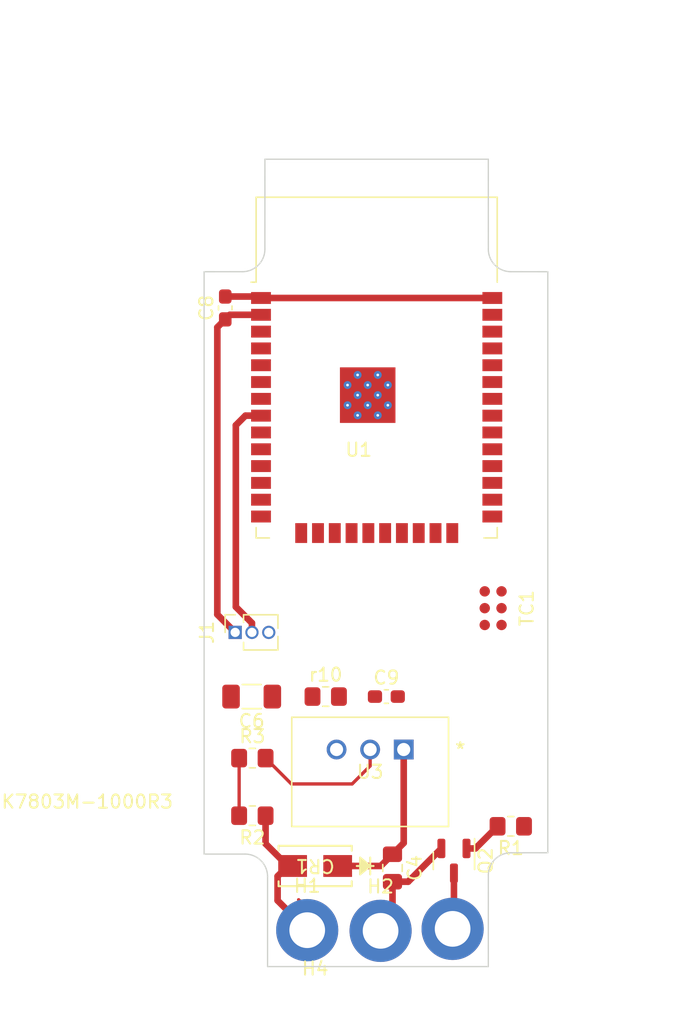
<source format=kicad_pcb>
(kicad_pcb (version 20221018) (generator pcbnew)
  (layers (0 "F.Cu" signal) (31 "B.Cu" signal) (34 "B.Paste" user) (35 "F.Paste" user) (36 "B.SilkS" user "B.Silkscreen") (37 "F.SilkS" user "F.Silkscreen") (38 "B.Mask" user) (39 "F.Mask" user) (44 "Edge.Cuts" user))
  (net 0 "")
  (net 1 "GND")
  (net 2 "TX")
  (net 3 "+3.3 Volt")
  (net 4 "+ 12 Volt")
  (net 9 "EN")
  (net 16 "IO0")
  (net 24 "RX")
  (net 26 "/Power/+12 Volt")
  (net 29 "Net-(J1-Pin_2)")
  (net 35 "Net-(U1-IO13)")
  (net 39 "Net-(Q2-C)")
  (net 40 "Net-(Q2-B)")
  (net 41 "Net-(U1-IO33)")
  (footprint "TC2030-IDC:TC2030-IDC-NL" (layer "F.Cu") (at 82.165 118.97 90)
    (fp_text reference "TC1" (at 0 2.54 90) (layer "F.SilkS"))
    (fp_text value "TC2030-IDC")
    (pad "" np_thru_hole circle (at -2.54 0 90) (size 0.9906 0.9906) (drill 0.9906) (layers "*.Cu" "*.Mask"))
    (pad "" np_thru_hole circle (at 2.54 -1.016 90) (size 0.9906 0.9906) (drill 0.9906) (layers "*.Cu" "*.Mask"))
    (pad "" np_thru_hole circle (at 2.54 1.016 90) (size 0.9906 0.9906) (drill 0.9906) (layers "*.Cu" "*.Mask"))
    (pad "1" smd circle (at -1.27 0.635 90) (size 0.7874 0.7874) (layers "F.Cu" "F.Paste" "F.Mask") (net 9 "EN"))
    (pad "2" smd circle (at -1.27 -0.635 90) (size 0.7874 0.7874) (layers "F.Cu" "F.Paste" "F.Mask") (net 3 "+3.3 Volt"))
    (pad "3" smd circle (at 0 0.635 90) (size 0.7874 0.7874) (layers "F.Cu" "F.Paste" "F.Mask") (net 2 "TX"))
    (pad "4" smd circle (at 0 -0.635 90) (size 0.7874 0.7874) (layers "F.Cu" "F.Paste" "F.Mask") (net 1 "GND"))
    (pad "5" smd circle (at 1.27 0.635 90) (size 0.7874 0.7874) (layers "F.Cu" "F.Paste" "F.Mask") (net 24 "RX"))
    (pad "6" smd circle (at 1.27 -0.635 90) (size 0.7874 0.7874) (layers "F.Cu" "F.Paste" "F.Mask") (net 16 "IO0"))
  )
  (footprint "RS1G-E3-61T:DIODE_DO214AC" (layer "F.Cu") (at 68.7 138.45 180)
    (fp_text reference "CR1" (at 0 0 180 unlocked) (layer "F.SilkS"))
    (fp_text value "RS1G-E3/61T")
    (fp_line (start -4.1656 -0.635) (end -4.1656 0.635) (stroke (width 0.1524)) (layer "F.SilkS"))
    (fp_line (start -4.1656 0) (end -3.4036 -0.635) (stroke (width 0.1524)) (layer "F.SilkS"))
    (fp_line (start -4.1656 0) (end -3.4036 -0.508) (stroke (width 0.1524)) (layer "F.SilkS"))
    (fp_line (start -4.1656 0) (end -3.4036 -0.381) (stroke (width 0.1524)) (layer "F.SilkS"))
    (fp_line (start -4.1656 0) (end -3.4036 -0.254) (stroke (width 0.1524)) (layer "F.SilkS"))
    (fp_line (start -4.1656 0) (end -3.4036 -0.127) (stroke (width 0.1524)) (layer "F.SilkS"))
    (fp_line (start -4.1656 0) (end -3.4036 0.127) (stroke (width 0.1524)) (layer "F.SilkS"))
    (fp_line (start -4.1656 0) (end -3.4036 0.254) (stroke (width 0.1524)) (layer "F.SilkS"))
    (fp_line (start -4.1656 0) (end -3.4036 0.381) (stroke (width 0.1524)) (layer "F.SilkS"))
    (fp_line (start -4.1656 0) (end -3.4036 0.508) (stroke (width 0.1524)) (layer "F.SilkS"))
    (fp_line (start -4.1656 0) (end -3.4036 0.635) (stroke (width 0.1524)) (layer "F.SilkS"))
    (fp_line (start -3.4036 -0.635) (end -3.4036 0.635) (stroke (width 0.1524)) (layer "F.SilkS"))
    (fp_line (start -3.1496 0) (end -4.4196 0) (stroke (width 0.1524)) (layer "F.SilkS"))
    (fp_line (start -2.7686 -1.524) (end -2.7686 -1.15824) (stroke (width 0.1524)) (layer "F.SilkS"))
    (fp_line (start -2.7686 1.15824) (end -2.7686 1.524) (stroke (width 0.1524)) (layer "F.SilkS"))
    (fp_line (start -2.7686 1.524) (end 2.7686 1.524) (stroke (width 0.1524)) (layer "F.SilkS"))
    (fp_line (start 2.7686 -1.524) (end -2.7686 -1.524) (stroke (width 0.1524)) (layer "F.SilkS"))
    (fp_line (start 2.7686 -1.15824) (end 2.7686 -1.524) (stroke (width 0.1524)) (layer "F.SilkS"))
    (fp_line (start 2.7686 1.524) (end 2.7686 1.15824) (stroke (width 0.1524)) (layer "F.SilkS"))
    (pad "1" smd rect (at -1.7046 0 270) (size 1.651 2.173999) (layers "F.Cu" "F.Paste" "F.Mask") (net 26 "/Power/+12 Volt"))
    (pad "2" smd rect (at 1.7046 0 270) (size 1.651 2.173999) (layers "F.Cu" "F.Paste" "F.Mask") (net 4 "+ 12 Volt"))
  )
  (footprint "Resistor_SMD:R_0805_2012Metric_Pad1.20x1.40mm_HandSolder" (layer "F.Cu") (at 83.5 135.45 180)
    (fp_text reference "R1" (at 0 -1.65) (layer "F.SilkS"))
    (fp_text value "1K")
    (fp_line (start -0.227064 -0.735) (end 0.227064 -0.735) (stroke (width 0.12)) (layer "F.SilkS"))
    (fp_line (start -0.227064 0.735) (end 0.227064 0.735) (stroke (width 0.12)) (layer "F.SilkS"))
    (pad "1" smd roundrect (at -1 0 180) (size 1.2 1.4) (layers "F.Cu" "F.Paste" "F.Mask") (roundrect_rratio 0.208333) (net 35 "Net-(U1-IO13)"))
    (pad "2" smd roundrect (at 1 0 180) (size 1.2 1.4) (layers "F.Cu" "F.Paste" "F.Mask") (roundrect_rratio 0.208333) (net 40 "Net-(Q2-B)"))
  )
  (footprint "MountingHole:MountingHole_2.7mm_M2.5_DIN965_Pad_TopBottom" (layer "F.Cu") (at 73.65 143.35)
    (fp_text reference "H2" (at 0 -3.35) (layer "F.SilkS"))
    (fp_text value "GND")
    (pad "1" thru_hole circle (at 0 0) (size 3.1 3.1) (drill 2.7) (layers "*.Cu" "*.Mask") (net 1 "GND"))
    (pad "1" connect circle (at 0 0) (size 4.7 4.7) (layers "F.Cu" "F.Mask") (net 1 "GND"))
    (pad "1" connect circle (at 0 0) (size 4.7 4.7) (layers "B.Cu" "B.Mask") (net 1 "GND"))
  )
  (footprint "Resistor_SMD:R_0805_2012Metric_Pad1.20x1.40mm_HandSolder" (layer "F.Cu") (at 63.95 130.3)
    (fp_text reference "R3" (at 0 -1.65) (layer "F.SilkS"))
    (fp_text value "16k")
    (fp_line (start -0.227064 -0.735) (end 0.227064 -0.735) (stroke (width 0.12)) (layer "F.SilkS"))
    (fp_line (start -0.227064 0.735) (end 0.227064 0.735) (stroke (width 0.12)) (layer "F.SilkS"))
    (pad "1" smd roundrect (at -1 0) (size 1.2 1.4) (layers "F.Cu" "F.Paste" "F.Mask") (roundrect_rratio 0.208333) (net 41 "Net-(U1-IO33)"))
    (pad "2" smd roundrect (at 1 0) (size 1.2 1.4) (layers "F.Cu" "F.Paste" "F.Mask") (roundrect_rratio 0.208333) (net 1 "GND"))
  )
  (footprint "Capacitor_SMD:C_0603_1608Metric_Pad1.08x0.95mm_HandSolder" (layer "F.Cu") (at 61.9 96.2875 90)
    (fp_text reference "C8" (at 0 -1.43 90) (layer "F.SilkS"))
    (fp_text value "100n")
    (fp_line (start -0.146267 -0.51) (end 0.146267 -0.51) (stroke (width 0.12)) (layer "F.SilkS"))
    (fp_line (start -0.146267 0.51) (end 0.146267 0.51) (stroke (width 0.12)) (layer "F.SilkS"))
    (pad "1" smd roundrect (at -0.8625 0 90) (size 1.075 0.95) (layers "F.Cu" "F.Paste" "F.Mask") (net 3 "+3.3 Volt"))
    (pad "2" smd roundrect (at 0.8625 0 90) (size 1.075 0.95) (layers "F.Cu" "F.Paste" "F.Mask") (net 1 "GND"))
  )
  (footprint "MountingHole:MountingHole_2.7mm_M2.5_DIN965_Pad_TopBottom" (layer "F.Cu") (at 79.1 143.2)
    (fp_text reference "H4" (at -10.4 3) (layer "F.SilkS"))
    (fp_text value "Output")
    (pad "1" thru_hole circle (at 0 0) (size 3.1 3.1) (drill 2.7) (layers "*.Cu" "*.Mask") (net 39 "Net-(Q2-C)"))
    (pad "1" connect circle (at 0 0) (size 4.7 4.7) (layers "F.Cu" "F.Mask") (net 39 "Net-(Q2-C)"))
    (pad "1" connect circle (at 0 0) (size 4.7 4.7) (layers "B.Cu" "B.Mask") (net 39 "Net-(Q2-C)"))
  )
  (footprint "Capacitor_SMD:C_1206_3216Metric_Pad1.33x1.80mm_HandSolder" (layer "F.Cu") (at 63.9 125.65 180)
    (fp_text reference "C6" (at 0 -1.85) (layer "F.SilkS"))
    (fp_text value "22uF/10v")
    (fp_line (start -0.711252 -0.91) (end 0.711252 -0.91) (stroke (width 0.12)) (layer "F.SilkS"))
    (fp_line (start -0.711252 0.91) (end 0.711252 0.91) (stroke (width 0.12)) (layer "F.SilkS"))
    (pad "1" smd roundrect (at -1.5625 0 180) (size 1.325 1.8) (layers "F.Cu" "F.Paste" "F.Mask") (roundrect_rratio 0.188679) (net 3 "+3.3 Volt"))
    (pad "2" smd roundrect (at 1.5625 0 180) (size 1.325 1.8) (layers "F.Cu" "F.Paste" "F.Mask") (roundrect_rratio 0.188679) (net 1 "GND"))
  )
  (footprint "MountingHole:MountingHole_2.7mm_M2.5_DIN965_Pad_TopBottom" (layer "F.Cu") (at 68.1 143.3)
    (fp_text reference "H1" (at 0 -3.35) (layer "F.SilkS"))
    (fp_text value "12 Volt +")
    (pad "1" thru_hole circle (at 0 0) (size 3.1 3.1) (drill 2.7) (layers "*.Cu" "*.Mask") (net 4 "+ 12 Volt"))
    (pad "1" connect circle (at 0 0) (size 4.7 4.7) (layers "F.Cu" "F.Mask") (net 4 "+ 12 Volt"))
    (pad "1" connect circle (at 0 0) (size 4.7 4.7) (layers "B.Cu" "B.Mask") (net 4 "+ 12 Volt"))
  )
  (footprint "Resistor_SMD:R_0805_2012Metric_Pad1.20x1.40mm_HandSolder" (layer "F.Cu") (at 63.95 134.65 180)
    (fp_text reference "R2" (at 0 -1.65) (layer "F.SilkS"))
    (fp_text value "100k")
    (fp_line (start -0.227064 -0.735) (end 0.227064 -0.735) (stroke (width 0.12)) (layer "F.SilkS"))
    (fp_line (start -0.227064 0.735) (end 0.227064 0.735) (stroke (width 0.12)) (layer "F.SilkS"))
    (pad "1" smd roundrect (at -1 0 180) (size 1.2 1.4) (layers "F.Cu" "F.Paste" "F.Mask") (roundrect_rratio 0.208333) (net 4 "+ 12 Volt"))
    (pad "2" smd roundrect (at 1 0 180) (size 1.2 1.4) (layers "F.Cu" "F.Paste" "F.Mask") (roundrect_rratio 0.208333) (net 41 "Net-(U1-IO33)"))
  )
  (footprint "Package_TO_SOT_SMD:SOT-23" (layer "F.Cu") (at 79.2 138.0625 -90)
    (fp_text reference "Q2" (at 0 -2.4 90) (layer "F.SilkS"))
    (fp_text value "BC846")
    (fp_line (start 0 -1.56) (end -1.675 -1.56) (stroke (width 0.12)) (layer "F.SilkS"))
    (fp_line (start 0 -1.56) (end 0.65 -1.56) (stroke (width 0.12)) (layer "F.SilkS"))
    (fp_line (start 0 1.56) (end -0.65 1.56) (stroke (width 0.12)) (layer "F.SilkS"))
    (fp_line (start 0 1.56) (end 0.65 1.56) (stroke (width 0.12)) (layer "F.SilkS"))
    (pad "1" smd roundrect (at -0.9375 -0.95 270) (size 1.475 0.6) (layers "F.Cu" "F.Paste" "F.Mask") (net 40 "Net-(Q2-B)"))
    (pad "2" smd roundrect (at -0.9375 0.95 270) (size 1.475 0.6) (layers "F.Cu" "F.Paste" "F.Mask") (net 1 "GND"))
    (pad "3" smd roundrect (at 0.9375 0 270) (size 1.475 0.6) (layers "F.Cu" "F.Paste" "F.Mask") (net 39 "Net-(Q2-C)"))
  )
  (footprint "Capacitor_SMD:C_0603_1608Metric_Pad1.08x0.95mm_HandSolder" (layer "F.Cu") (at 74.0875 125.65)
    (fp_text reference "C9" (at 0 -1.43) (layer "F.SilkS"))
    (fp_text value "100n")
    (fp_line (start -0.146267 -0.51) (end 0.146267 -0.51) (stroke (width 0.12)) (layer "F.SilkS"))
    (fp_line (start -0.146267 0.51) (end 0.146267 0.51) (stroke (width 0.12)) (layer "F.SilkS"))
    (pad "1" smd roundrect (at -0.8625 0) (size 1.075 0.95) (layers "F.Cu" "F.Paste" "F.Mask") (net 9 "EN"))
    (pad "2" smd roundrect (at 0.8625 0) (size 1.075 0.95) (layers "F.Cu" "F.Paste" "F.Mask") (net 1 "GND"))
  )
  (footprint "RF_Module:ESP32-WROOM-32" (layer "F.Cu") (at 73.355 103.785)
    (fp_text reference "U1" (at -1.36 3.22) (layer "F.SilkS"))
    (fp_text value "ESP32-WROOM-32D")
    (fp_line (start -9.12 -15.86) (end -9.12 -9.445) (stroke (width 0.12)) (layer "F.SilkS"))
    (fp_line (start -9.12 -15.86) (end 9.12 -15.86) (stroke (width 0.12)) (layer "F.SilkS"))
    (fp_line (start -9.12 -9.445) (end -9.5 -9.445) (stroke (width 0.12)) (layer "F.SilkS"))
    (fp_line (start -9.12 9.1) (end -9.12 9.88) (stroke (width 0.12)) (layer "F.SilkS"))
    (fp_line (start -9.12 9.88) (end -8.12 9.88) (stroke (width 0.12)) (layer "F.SilkS"))
    (fp_line (start 9.12 -15.86) (end 9.12 -9.445) (stroke (width 0.12)) (layer "F.SilkS"))
    (fp_line (start 9.12 9.1) (end 9.12 9.88) (stroke (width 0.12)) (layer "F.SilkS"))
    (fp_line (start 9.12 9.88) (end 8.12 9.88) (stroke (width 0.12)) (layer "F.SilkS"))
    (pad "1" smd rect (at -8.75 -8.25) (size 1.5 0.9) (layers "F.Cu" "F.Paste" "F.Mask") (net 1 "GND"))
    (pad "2" smd rect (at -8.75 -6.98) (size 1.5 0.9) (layers "F.Cu" "F.Paste" "F.Mask") (net 3 "+3.3 Volt"))
    (pad "3" smd rect (at -8.75 -5.71) (size 1.5 0.9) (layers "F.Cu" "F.Paste" "F.Mask") (net 9 "EN"))
    (pad "4" smd rect (at -8.75 -4.44) (size 1.5 0.9) (layers "F.Cu" "F.Paste" "F.Mask"))
    (pad "5" smd rect (at -8.75 -3.17) (size 1.5 0.9) (layers "F.Cu" "F.Paste" "F.Mask"))
    (pad "6" smd rect (at -8.75 -1.9) (size 1.5 0.9) (layers "F.Cu" "F.Paste" "F.Mask"))
    (pad "7" smd rect (at -8.75 -0.63) (size 1.5 0.9) (layers "F.Cu" "F.Paste" "F.Mask"))
    (pad "8" smd rect (at -8.75 0.64) (size 1.5 0.9) (layers "F.Cu" "F.Paste" "F.Mask") (net 29 "Net-(J1-Pin_2)"))
    (pad "9" smd rect (at -8.75 1.91) (size 1.5 0.9) (layers "F.Cu" "F.Paste" "F.Mask") (net 41 "Net-(U1-IO33)"))
    (pad "10" smd rect (at -8.75 3.18) (size 1.5 0.9) (layers "F.Cu" "F.Paste" "F.Mask"))
    (pad "11" smd rect (at -8.75 4.45) (size 1.5 0.9) (layers "F.Cu" "F.Paste" "F.Mask"))
    (pad "12" smd rect (at -8.75 5.72) (size 1.5 0.9) (layers "F.Cu" "F.Paste" "F.Mask"))
    (pad "13" smd rect (at -8.75 6.99) (size 1.5 0.9) (layers "F.Cu" "F.Paste" "F.Mask"))
    (pad "14" smd rect (at -8.75 8.26) (size 1.5 0.9) (layers "F.Cu" "F.Paste" "F.Mask"))
    (pad "15" smd rect (at -5.71 9.51 90) (size 1.5 0.9) (layers "F.Cu" "F.Paste" "F.Mask") (net 1 "GND"))
    (pad "16" smd rect (at -4.44 9.51 90) (size 1.5 0.9) (layers "F.Cu" "F.Paste" "F.Mask") (net 35 "Net-(U1-IO13)"))
    (pad "17" smd rect (at -3.17 9.51 90) (size 1.5 0.9) (layers "F.Cu" "F.Paste" "F.Mask"))
    (pad "18" smd rect (at -1.9 9.51 90) (size 1.5 0.9) (layers "F.Cu" "F.Paste" "F.Mask"))
    (pad "19" smd rect (at -0.63 9.51 90) (size 1.5 0.9) (layers "F.Cu" "F.Paste" "F.Mask"))
    (pad "20" smd rect (at 0.64 9.51 90) (size 1.5 0.9) (layers "F.Cu" "F.Paste" "F.Mask"))
    (pad "21" smd rect (at 1.91 9.51 90) (size 1.5 0.9) (layers "F.Cu" "F.Paste" "F.Mask"))
    (pad "22" smd rect (at 3.18 9.51 90) (size 1.5 0.9) (layers "F.Cu" "F.Paste" "F.Mask"))
    (pad "23" smd rect (at 4.45 9.51 90) (size 1.5 0.9) (layers "F.Cu" "F.Paste" "F.Mask"))
    (pad "24" smd rect (at 5.72 9.51 90) (size 1.5 0.9) (layers "F.Cu" "F.Paste" "F.Mask"))
    (pad "25" smd rect (at 8.75 8.26) (size 1.5 0.9) (layers "F.Cu" "F.Paste" "F.Mask") (net 16 "IO0"))
    (pad "26" smd rect (at 8.75 6.99) (size 1.5 0.9) (layers "F.Cu" "F.Paste" "F.Mask"))
    (pad "27" smd rect (at 8.75 5.72) (size 1.5 0.9) (layers "F.Cu" "F.Paste" "F.Mask"))
    (pad "28" smd rect (at 8.75 4.45) (size 1.5 0.9) (layers "F.Cu" "F.Paste" "F.Mask"))
    (pad "29" smd rect (at 8.75 3.18) (size 1.5 0.9) (layers "F.Cu" "F.Paste" "F.Mask"))
    (pad "30" smd rect (at 8.75 1.91) (size 1.5 0.9) (layers "F.Cu" "F.Paste" "F.Mask"))
    (pad "31" smd rect (at 8.75 0.64) (size 1.5 0.9) (layers "F.Cu" "F.Paste" "F.Mask"))
    (pad "32" smd rect (at 8.75 -0.63) (size 1.5 0.9) (layers "F.Cu" "F.Paste" "F.Mask"))
    (pad "33" smd rect (at 8.75 -1.9) (size 1.5 0.9) (layers "F.Cu" "F.Paste" "F.Mask"))
    (pad "34" smd rect (at 8.75 -3.17) (size 1.5 0.9) (layers "F.Cu" "F.Paste" "F.Mask") (net 24 "RX"))
    (pad "35" smd rect (at 8.75 -4.44) (size 1.5 0.9) (layers "F.Cu" "F.Paste" "F.Mask") (net 2 "TX"))
    (pad "36" smd rect (at 8.75 -5.71) (size 1.5 0.9) (layers "F.Cu" "F.Paste" "F.Mask"))
    (pad "37" smd rect (at 8.75 -6.98) (size 1.5 0.9) (layers "F.Cu" "F.Paste" "F.Mask"))
    (pad "38" smd rect (at 8.75 -8.25) (size 1.5 0.9) (layers "F.Cu" "F.Paste" "F.Mask") (net 1 "GND"))
    (pad "39" smd rect (at -2.205 -2.435) (size 1.05 1.05) (layers "F.Cu" "F.Paste"))
    (pad "39" thru_hole circle (at -2.205 -1.6725) (size 0.6 0.6) (drill 0.2) (property pad_prop_heatsink) (layers "*.Cu" "F.Mask"))
    (pad "39" smd rect (at -2.205 -0.91) (size 1.05 1.05) (layers "F.Cu" "F.Paste"))
    (pad "39" thru_hole circle (at -2.205 -0.1475) (size 0.6 0.6) (drill 0.2) (property pad_prop_heatsink) (layers "*.Cu" "F.Mask"))
    (pad "39" smd rect (at -2.205 0.615) (size 1.05 1.05) (layers "F.Cu" "F.Paste"))
    (pad "39" thru_hole circle (at -1.4425 -2.435) (size 0.6 0.6) (drill 0.2) (property pad_prop_heatsink) (layers "*.Cu" "F.Mask"))
    (pad "39" thru_hole circle (at -1.4425 -0.91) (size 0.6 0.6) (drill 0.2) (property pad_prop_heatsink) (layers "*.Cu" "F.Mask"))
    (pad "39" thru_hole circle (at -1.4425 0.615) (size 0.6 0.6) (drill 0.2) (property pad_prop_heatsink) (layers "*.Cu" "F.Mask"))
    (pad "39" smd rect (at -0.68 -2.435) (size 1.05 1.05) (layers "F.Cu" "F.Paste"))
    (pad "39" thru_hole circle (at -0.68 -1.6725) (size 0.6 0.6) (drill 0.2) (property pad_prop_heatsink) (layers "*.Cu" "F.Mask"))
    (pad "39" smd rect (at -0.68 -0.91) (size 1.05 1.05) (layers "F.Cu" "F.Paste"))
    (pad "39" smd rect (at -0.68 -0.91) (size 4.2 4.2) (layers "F.Cu" "F.Mask"))
    (pad "39" thru_hole circle (at -0.68 -0.1475) (size 0.6 0.6) (drill 0.2) (property pad_prop_heatsink) (layers "*.Cu" "F.Mask"))
    (pad "39" smd rect (at -0.68 0.615) (size 1.05 1.05) (layers "F.Cu" "F.Paste"))
    (pad "39" thru_hole circle (at 0.0825 -2.435) (size 0.6 0.6) (drill 0.2) (property pad_prop_heatsink) (layers "*.Cu" "F.Mask"))
    (pad "39" thru_hole circle (at 0.0825 -0.91) (size 0.6 0.6) (drill 0.2) (property pad_prop_heatsink) (layers "*.Cu" "F.Mask"))
    (pad "39" thru_hole circle (at 0.0825 0.615) (size 0.6 0.6) (drill 0.2) (property pad_prop_heatsink) (layers "*.Cu" "F.Mask"))
    (pad "39" smd rect (at 0.845 -2.435) (size 1.05 1.05) (layers "F.Cu" "F.Paste"))
    (pad "39" thru_hole circle (at 0.845 -1.6725) (size 0.6 0.6) (drill 0.2) (property pad_prop_heatsink) (layers "*.Cu" "F.Mask"))
    (pad "39" smd rect (at 0.845 -0.91) (size 1.05 1.05) (layers "F.Cu" "F.Paste"))
    (pad "39" thru_hole circle (at 0.845 -0.1475) (size 0.6 0.6) (drill 0.2) (property pad_prop_heatsink) (layers "*.Cu" "F.Mask"))
    (pad "39" smd rect (at 0.845 0.615) (size 1.05 1.05) (layers "F.Cu" "F.Paste"))
  )
  (footprint "K78xx03:K7803M-1000R3" (layer "F.Cu") (at 75.4 129.65 180)
    (fp_text reference "U3" (at 2.54 -1.6891) (layer "F.SilkS"))
    (fp_text value "K7803M-1000R3" (at 23.94 -3.94) (layer "F.SilkS"))
    (fp_text user "*" (at -4.2799 0) (layer "F.SilkS"))
    (fp_text user "*" (at -4.2799 0 180) (layer "F.SilkS"))
    (fp_line (start -3.3909 -5.8166) (end -3.3909 2.4384) (stroke (width 0.12)) (layer "F.SilkS"))
    (fp_line (start -3.3909 2.4384) (end 8.4709 2.4384) (stroke (width 0.12)) (layer "F.SilkS"))
    (fp_line (start 8.4709 -5.8166) (end -3.3909 -5.8166) (stroke (width 0.12)) (layer "F.SilkS"))
    (fp_line (start 8.4709 2.4384) (end 8.4709 -5.8166) (stroke (width 0.12)) (layer "F.SilkS"))
    (pad "1" thru_hole rect (at 0 0 180) (size 1.4986 1.4986) (drill 0.9906) (layers "*.Cu" "*.Mask") (net 26 "/Power/+12 Volt"))
    (pad "2" thru_hole circle (at 2.54 0 180) (size 1.4986 1.4986) (drill 0.9906) (layers "*.Cu" "*.Mask") (net 1 "GND"))
    (pad "3" thru_hole circle (at 5.08 0 180) (size 1.4986 1.4986) (drill 0.9906) (layers "*.Cu" "*.Mask") (net 3 "+3.3 Volt"))
  )
  (footprint "Resistor_SMD:R_0805_2012Metric_Pad1.20x1.40mm_HandSolder" (layer "F.Cu") (at 69.5 125.65)
    (fp_text reference "r10" (at 0 -1.65) (layer "F.SilkS"))
    (fp_text value "10k")
    (fp_line (start -0.227064 -0.735) (end 0.227064 -0.735) (stroke (width 0.12)) (layer "F.SilkS"))
    (fp_line (start -0.227064 0.735) (end 0.227064 0.735) (stroke (width 0.12)) (layer "F.SilkS"))
    (pad "1" smd roundrect (at -1 0) (size 1.2 1.4) (layers "F.Cu" "F.Paste" "F.Mask") (roundrect_rratio 0.208333) (net 3 "+3.3 Volt"))
    (pad "2" smd roundrect (at 1 0) (size 1.2 1.4) (layers "F.Cu" "F.Paste" "F.Mask") (roundrect_rratio 0.208333) (net 9 "EN"))
  )
  (footprint "Connector_PinSocket_1.27mm:PinSocket_1x03_P1.27mm_Vertical" (layer "F.Cu") (at 62.65 120.8 90)
    (fp_text reference "J1" (at 0 -2.135 90) (layer "F.SilkS"))
    (fp_text value "Conn_01x03_Socket")
    (fp_line (start -1.33 0.635) (end -1.33 3.235) (stroke (width 0.12)) (layer "F.SilkS"))
    (fp_line (start -1.33 0.635) (end -0.76 0.635) (stroke (width 0.12)) (layer "F.SilkS"))
    (fp_line (start -1.33 3.235) (end -0.30753 3.235) (stroke (width 0.12)) (layer "F.SilkS"))
    (fp_line (start 0 -0.76) (end 1.33 -0.76) (stroke (width 0.12)) (layer "F.SilkS"))
    (fp_line (start 0.30753 3.235) (end 1.33 3.235) (stroke (width 0.12)) (layer "F.SilkS"))
    (fp_line (start 0.76 0.635) (end 1.33 0.635) (stroke (width 0.12)) (layer "F.SilkS"))
    (fp_line (start 1.33 -0.76) (end 1.33 0) (stroke (width 0.12)) (layer "F.SilkS"))
    (fp_line (start 1.33 0.635) (end 1.33 3.235) (stroke (width 0.12)) (layer "F.SilkS"))
    (pad "1" thru_hole rect (at 0 0 90) (size 1 1) (drill 0.7) (layers "*.Cu" "*.Mask") (net 3 "+3.3 Volt"))
    (pad "2" thru_hole oval (at 0 1.27 90) (size 1 1) (drill 0.7) (layers "*.Cu" "*.Mask") (net 29 "Net-(J1-Pin_2)"))
    (pad "3" thru_hole oval (at 0 2.54 90) (size 1 1) (drill 0.7) (layers "*.Cu" "*.Mask") (net 1 "GND"))
  )
  (footprint "Capacitor_SMD:C_0805_2012Metric_Pad1.18x1.45mm_HandSolder" (layer "F.Cu") (at 74.55 138.6 -90)
    (fp_text reference "C4" (at 0 -1.68 -270) (layer "F.SilkS"))
    (fp_text value "10uf/50v")
    (fp_line (start -0.261252 -0.735) (end 0.261252 -0.735) (stroke (width 0.12)) (layer "F.SilkS"))
    (fp_line (start -0.261252 0.735) (end 0.261252 0.735) (stroke (width 0.12)) (layer "F.SilkS"))
    (pad "1" smd roundrect (at -1.0375 0 270) (size 1.175 1.45) (layers "F.Cu" "F.Paste" "F.Mask") (roundrect_rratio 0.212766) (net 26 "/Power/+12 Volt"))
    (pad "2" smd roundrect (at 1.0375 0 270) (size 1.175 1.45) (layers "F.Cu" "F.Paste" "F.Mask") (roundrect_rratio 0.212766) (net 1 "GND"))
  )
  (gr_line locked (start 86.3 93.55) (end 86.3 137.45) (stroke (width 0.1)) (layer "Edge.Cuts"))
  (gr_arc locked (start 83.502082 93.547918) (mid 82.3 93.05) (end 81.802082 91.847918) (stroke (width 0.1)) (layer "Edge.Cuts"))
  (gr_arc locked (start 81.802082 139.152082) (mid 82.3 137.95) (end 83.502082 137.452082) (stroke (width 0.1)) (layer "Edge.Cuts"))
  (gr_line locked (start 81.802082 139.152082) (end 81.8 146.05) (stroke (width 0.1)) (layer "Edge.Cuts"))
  (gr_arc locked (start 63.4 137.55) (mid 64.602082 138.047918) (end 65.1 139.25) (stroke (width 0.1)) (layer "Edge.Cuts"))
  (gr_line locked (start 86.3 137.45) (end 83.502082 137.452082) (stroke (width 0.1)) (layer "Edge.Cuts"))
  (gr_line locked (start 64.897918 91.847918) (end 64.9 85.05) (stroke (width 0.1)) (layer "Edge.Cuts"))
  (gr_line locked (start 60.3 137.55) (end 60.3 93.55) (stroke (width 0.1)) (layer "Edge.Cuts"))
  (gr_line locked (start 60.3 93.55) (end 63.197918 93.547918) (stroke (width 0.1)) (layer "Edge.Cuts"))
  (gr_line locked (start 63.4 137.55) (end 60.3 137.55) (stroke (width 0.1)) (layer "Edge.Cuts"))
  (gr_line locked (start 64.9 85.05) (end 81.8 85.05) (stroke (width 0.1)) (layer "Edge.Cuts"))
  (gr_line locked (start 65.1 146.05) (end 65.1 139.25) (stroke (width 0.1)) (layer "Edge.Cuts"))
  (gr_line locked (start 81.802082 91.847918) (end 81.8 85.05) (stroke (width 0.1)) (layer "Edge.Cuts"))
  (gr_arc locked (start 64.897918 91.847918) (mid 64.4 93.05) (end 63.197918 93.547918) (stroke (width 0.1)) (layer "Edge.Cuts"))
  (gr_line locked (start 81.8 146.05) (end 65.1 146.05) (stroke (width 0.1)) (layer "Edge.Cuts"))
  (gr_line locked (start 83.502082 93.547918) (end 86.3 93.55) (stroke (width 0.1)) (layer "Edge.Cuts"))
  (segment (start 71.5 132.25) (end 72.86 130.89) (width 0.25) (layer "F.Cu") (net 1))
  (segment (start 66.9 132.25) (end 71.5 132.25) (width 0.25) (layer "F.Cu") (net 1))
  (segment (start 64.95 130.3) (end 66.9 132.25) (width 0.25) (layer "F.Cu") (net 1))
  (segment (start 74.55 139.6375) (end 75.7375 139.6375) (width 0.5) (layer "F.Cu") (net 1))
  (segment (start 74.55 142.45) (end 73.65 143.35) (width 0.5) (layer "F.Cu") (net 1))
  (segment (start 72.86 130.89) (end 72.86 129.65) (width 0.25) (layer "F.Cu") (net 1))
  (segment (start 75.7375 139.6375) (end 78.25 137.125) (width 0.5) (layer "F.Cu") (net 1))
  (segment (start 61.9 95.425) (end 64.495 95.425) (width 0.5) (layer "F.Cu") (net 1))
  (segment (start 74.55 139.6375) (end 74.55 142.45) (width 0.5) (layer "F.Cu") (net 1))
  (segment (start 64.495 95.425) (end 64.605 95.535) (width 0.5) (layer "F.Cu") (net 1))
  (segment (start 64.605 95.535) (end 82.105 95.535) (width 0.5) (layer "F.Cu") (net 1))
  (segment (start 64.605 96.805) (end 62.245 96.805) (width 0.5) (layer "F.Cu") (net 3))
  (segment (start 62.245 96.805) (end 61.9 97.15) (width 0.5) (layer "F.Cu") (net 3))
  (segment (start 61.3 119.45) (end 61.3 97.75) (width 0.5) (layer "F.Cu") (net 3))
  (segment (start 62.65 120.8) (end 61.3 119.45) (width 0.5) (layer "F.Cu") (net 3))
  (segment (start 61.3 97.75) (end 61.9 97.15) (width 0.5) (layer "F.Cu") (net 3))
  (segment (start 66.631946 138.45) (end 64.95 136.768054) (width 0.5) (layer "F.Cu") (net 4))
  (segment (start 66.631946 138.45) (end 65.8592 139.222746) (width 0.5) (layer "F.Cu") (net 4))
  (segment (start 65.8592 139.222746) (end 65.8592 141.0592) (width 0.5) (layer "F.Cu") (net 4))
  (segment (start 68.1 141.65) (end 67.45 141) (width 0.25) (layer "F.Cu") (net 4))
  (segment (start 68.1 143.3) (end 68.1 141.65) (width 0.25) (layer "F.Cu") (net 4))
  (segment (start 64.95 136.768054) (end 64.95 134.65) (width 0.5) (layer "F.Cu") (net 4))
  (segment (start 66.9954 138.45) (end 66.631946 138.45) (width 0.5) (layer "F.Cu") (net 4))
  (segment (start 65.8592 141.0592) (end 68.1 143.3) (width 0.5) (layer "F.Cu") (net 4))
  (segment (start 75.4 136.7125) (end 75.4 129.65) (width 0.5) (layer "F.Cu") (net 26))
  (segment (start 73.6625 138.45) (end 74.55 137.5625) (width 0.5) (layer "F.Cu") (net 26))
  (segment (start 70.4046 138.45) (end 71.6 138.45) (width 0.5) (layer "F.Cu") (net 26))
  (segment (start 74.55 137.5625) (end 75.4 136.7125) (width 0.5) (layer "F.Cu") (net 26))
  (segment (start 71.6 138.45) (end 73.6625 138.45) (width 0.5) (layer "F.Cu") (net 26))
  (segment (start 63.92 120.8) (end 63.92 120.092894) (width 0.5) (layer "F.Cu") (net 29))
  (segment (start 63.92 120.092894) (end 62.7 118.872894) (width 0.5) (layer "F.Cu") (net 29))
  (segment (start 62.7 105.15) (end 63.425 104.425) (width 0.5) (layer "F.Cu") (net 29))
  (segment (start 62.7 118.872894) (end 62.7 105.15) (width 0.5) (layer "F.Cu") (net 29))
  (segment (start 63.425 104.425) (end 64.605 104.425) (width 0.5) (layer "F.Cu") (net 29))
  (segment (start 79.2 143.1) (end 79.1 143.2) (width 0.5) (layer "F.Cu") (net 39))
  (segment (start 79.2 139) (end 79.2 143.1) (width 0.5) (layer "F.Cu") (net 39))
  (segment (start 80.15 137.125) (end 80.825 137.125) (width 0.5) (layer "F.Cu") (net 40))
  (segment (start 80.825 137.125) (end 82.5 135.45) (width 0.5) (layer "F.Cu") (net 40))
  (segment (start 62.95 134.65) (end 62.95 130.3) (width 0.25) (layer "F.Cu") (net 41))
)
</source>
